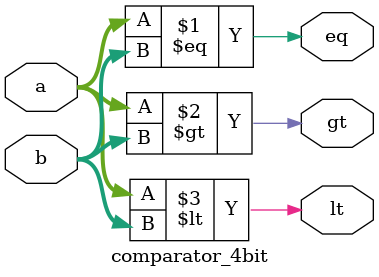
<source format=v>
module comparator_4bit(
     input [3:0] a, b,
	 output eq, gt, lt
	 );
	 assign eq = a == b;
	 assign gt = a > b;
	 assign lt = a < b;
	endmodule
</source>
